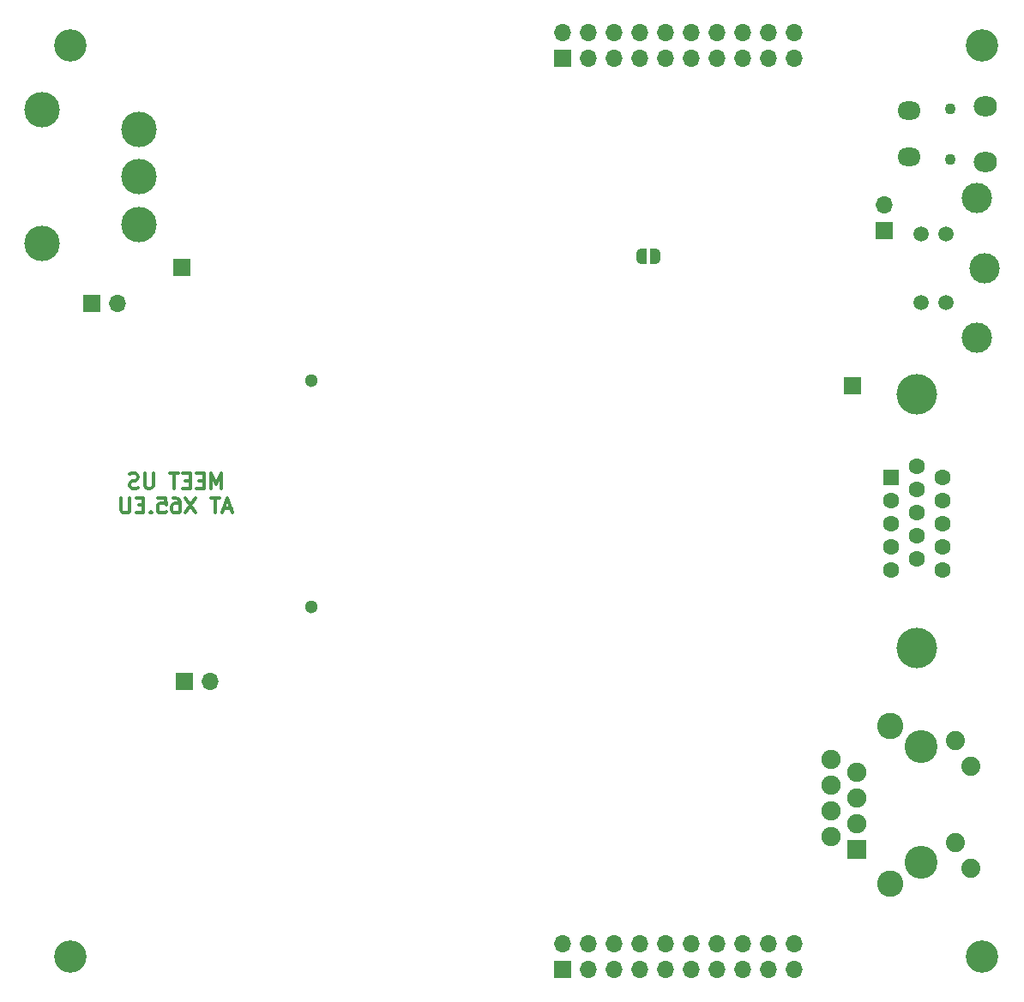
<source format=gbr>
%TF.GenerationSoftware,KiCad,Pcbnew,6.0.11-3.fc36*%
%TF.CreationDate,2023-04-28T14:31:49+02:00*%
%TF.ProjectId,openX65-vabo,6f70656e-5836-4352-9d76-61626f2e6b69,rev01*%
%TF.SameCoordinates,Original*%
%TF.FileFunction,Soldermask,Bot*%
%TF.FilePolarity,Negative*%
%FSLAX46Y46*%
G04 Gerber Fmt 4.6, Leading zero omitted, Abs format (unit mm)*
G04 Created by KiCad (PCBNEW 6.0.11-3.fc36) date 2023-04-28 14:31:49*
%MOMM*%
%LPD*%
G01*
G04 APERTURE LIST*
G04 Aperture macros list*
%AMFreePoly0*
4,1,22,0.500000,-0.750000,0.000000,-0.750000,0.000000,-0.745033,-0.079941,-0.743568,-0.215256,-0.701293,-0.333266,-0.622738,-0.424486,-0.514219,-0.481581,-0.384460,-0.499164,-0.250000,-0.500000,-0.250000,-0.500000,0.250000,-0.499164,0.250000,-0.499963,0.256109,-0.478152,0.396186,-0.417904,0.524511,-0.324060,0.630769,-0.204165,0.706417,-0.067858,0.745374,0.000000,0.744959,0.000000,0.750000,
0.500000,0.750000,0.500000,-0.750000,0.500000,-0.750000,$1*%
%AMFreePoly1*
4,1,20,0.000000,0.744959,0.073905,0.744508,0.209726,0.703889,0.328688,0.626782,0.421226,0.519385,0.479903,0.390333,0.500000,0.250000,0.500000,-0.250000,0.499851,-0.262216,0.476331,-0.402017,0.414519,-0.529596,0.319384,-0.634700,0.198574,-0.708877,0.061801,-0.746166,0.000000,-0.745033,0.000000,-0.750000,-0.500000,-0.750000,-0.500000,0.750000,0.000000,0.750000,0.000000,0.744959,
0.000000,0.744959,$1*%
G04 Aperture macros list end*
%ADD10C,0.300000*%
%ADD11R,1.700000X1.700000*%
%ADD12C,1.500000*%
%ADD13C,3.000000*%
%ADD14C,3.200000*%
%ADD15O,1.700000X1.700000*%
%ADD16C,3.500000*%
%ADD17C,4.000000*%
%ADD18R,1.600000X1.600000*%
%ADD19C,1.600000*%
%ADD20C,1.300000*%
%ADD21C,3.250000*%
%ADD22C,2.600000*%
%ADD23C,1.890000*%
%ADD24R,1.900000X1.900000*%
%ADD25C,1.900000*%
%ADD26C,1.100000*%
%ADD27O,2.300000X1.800000*%
%ADD28O,2.300000X2.000000*%
%ADD29FreePoly0,180.000000*%
%ADD30FreePoly1,180.000000*%
G04 APERTURE END LIST*
D10*
X79900000Y-88771071D02*
X79900000Y-87271071D01*
X79400000Y-88342500D01*
X78900000Y-87271071D01*
X78900000Y-88771071D01*
X78185714Y-87985357D02*
X77685714Y-87985357D01*
X77471428Y-88771071D02*
X78185714Y-88771071D01*
X78185714Y-87271071D01*
X77471428Y-87271071D01*
X76828571Y-87985357D02*
X76328571Y-87985357D01*
X76114285Y-88771071D02*
X76828571Y-88771071D01*
X76828571Y-87271071D01*
X76114285Y-87271071D01*
X75685714Y-87271071D02*
X74828571Y-87271071D01*
X75257142Y-88771071D02*
X75257142Y-87271071D01*
X73185714Y-87271071D02*
X73185714Y-88485357D01*
X73114285Y-88628214D01*
X73042857Y-88699642D01*
X72900000Y-88771071D01*
X72614285Y-88771071D01*
X72471428Y-88699642D01*
X72400000Y-88628214D01*
X72328571Y-88485357D01*
X72328571Y-87271071D01*
X71685714Y-88699642D02*
X71471428Y-88771071D01*
X71114285Y-88771071D01*
X70971428Y-88699642D01*
X70900000Y-88628214D01*
X70828571Y-88485357D01*
X70828571Y-88342500D01*
X70900000Y-88199642D01*
X70971428Y-88128214D01*
X71114285Y-88056785D01*
X71400000Y-87985357D01*
X71542857Y-87913928D01*
X71614285Y-87842500D01*
X71685714Y-87699642D01*
X71685714Y-87556785D01*
X71614285Y-87413928D01*
X71542857Y-87342500D01*
X71400000Y-87271071D01*
X71042857Y-87271071D01*
X70828571Y-87342500D01*
X80864285Y-90757500D02*
X80150000Y-90757500D01*
X81007142Y-91186071D02*
X80507142Y-89686071D01*
X80007142Y-91186071D01*
X79721428Y-89686071D02*
X78864285Y-89686071D01*
X79292857Y-91186071D02*
X79292857Y-89686071D01*
X77364285Y-89686071D02*
X76364285Y-91186071D01*
X76364285Y-89686071D02*
X77364285Y-91186071D01*
X75150000Y-89686071D02*
X75435714Y-89686071D01*
X75578571Y-89757500D01*
X75650000Y-89828928D01*
X75792857Y-90043214D01*
X75864285Y-90328928D01*
X75864285Y-90900357D01*
X75792857Y-91043214D01*
X75721428Y-91114642D01*
X75578571Y-91186071D01*
X75292857Y-91186071D01*
X75150000Y-91114642D01*
X75078571Y-91043214D01*
X75007142Y-90900357D01*
X75007142Y-90543214D01*
X75078571Y-90400357D01*
X75150000Y-90328928D01*
X75292857Y-90257500D01*
X75578571Y-90257500D01*
X75721428Y-90328928D01*
X75792857Y-90400357D01*
X75864285Y-90543214D01*
X73650000Y-89686071D02*
X74364285Y-89686071D01*
X74435714Y-90400357D01*
X74364285Y-90328928D01*
X74221428Y-90257500D01*
X73864285Y-90257500D01*
X73721428Y-90328928D01*
X73650000Y-90400357D01*
X73578571Y-90543214D01*
X73578571Y-90900357D01*
X73650000Y-91043214D01*
X73721428Y-91114642D01*
X73864285Y-91186071D01*
X74221428Y-91186071D01*
X74364285Y-91114642D01*
X74435714Y-91043214D01*
X72935714Y-91043214D02*
X72864285Y-91114642D01*
X72935714Y-91186071D01*
X73007142Y-91114642D01*
X72935714Y-91043214D01*
X72935714Y-91186071D01*
X72221428Y-90400357D02*
X71721428Y-90400357D01*
X71507142Y-91186071D02*
X72221428Y-91186071D01*
X72221428Y-89686071D01*
X71507142Y-89686071D01*
X70864285Y-89686071D02*
X70864285Y-90900357D01*
X70792857Y-91043214D01*
X70721428Y-91114642D01*
X70578571Y-91186071D01*
X70292857Y-91186071D01*
X70150000Y-91114642D01*
X70078571Y-91043214D01*
X70007142Y-90900357D01*
X70007142Y-89686071D01*
D11*
%TO.C,J504*%
X142200000Y-78600000D03*
%TD*%
%TO.C,J503*%
X76000000Y-66900000D03*
%TD*%
D12*
%TO.C,J302*%
X151437500Y-63600000D03*
X151437500Y-70400000D03*
X148937500Y-63600000D03*
X148937500Y-70400000D03*
D13*
X154437500Y-60100000D03*
X154437500Y-73900000D03*
X155237500Y-67050000D03*
%TD*%
D14*
%TO.C,H102*%
X155000000Y-45000000D03*
%TD*%
D11*
%TO.C,J703*%
X76225000Y-107800000D03*
D15*
X78765000Y-107800000D03*
%TD*%
D16*
%TO.C,SW701*%
X71730000Y-62700000D03*
X71730000Y-58000000D03*
X71730000Y-53300000D03*
X62200000Y-64605000D03*
X62200000Y-51395000D03*
%TD*%
D11*
%TO.C,J301*%
X145300000Y-63275000D03*
D15*
X145300000Y-60735000D03*
%TD*%
D17*
%TO.C,J303*%
X148575000Y-104495000D03*
X148575000Y-79505000D03*
D18*
X146035000Y-87685000D03*
D19*
X146035000Y-89975000D03*
X146035000Y-92265000D03*
X146035000Y-94555000D03*
X146035000Y-96845000D03*
X148575000Y-86545000D03*
X148575000Y-88835000D03*
X148575000Y-91125000D03*
X148575000Y-93415000D03*
X148575000Y-95705000D03*
X151115000Y-87685000D03*
X151115000Y-89975000D03*
X151115000Y-92265000D03*
X151115000Y-94555000D03*
X151115000Y-96845000D03*
%TD*%
D14*
%TO.C,H103*%
X155000000Y-135000000D03*
%TD*%
D11*
%TO.C,J702*%
X67125000Y-70500000D03*
D15*
X69665000Y-70500000D03*
%TD*%
D14*
%TO.C,H101*%
X65000000Y-45000000D03*
%TD*%
%TO.C,H104*%
X65000000Y-135000000D03*
%TD*%
D20*
%TO.C,J401*%
X88750000Y-78090000D03*
X88750000Y-100490000D03*
%TD*%
D21*
%TO.C,J801*%
X148970000Y-114285000D03*
X148970000Y-125715000D03*
D22*
X145920000Y-127775000D03*
X145920000Y-112225000D03*
D23*
X152350000Y-113675000D03*
X153870000Y-116215000D03*
X152350000Y-123785000D03*
X153870000Y-126325000D03*
D24*
X142630000Y-124445000D03*
D25*
X140090000Y-123175000D03*
X142630000Y-121905000D03*
X140090000Y-120635000D03*
X142630000Y-119365000D03*
X140090000Y-118095000D03*
X142630000Y-116825000D03*
X140090000Y-115555000D03*
%TD*%
D26*
%TO.C,J701*%
X151825000Y-51250000D03*
X151825000Y-56250000D03*
D27*
X147825000Y-56050000D03*
X147825000Y-51450000D03*
D28*
X155325000Y-51000000D03*
X155325000Y-56500000D03*
%TD*%
D11*
%TO.C,J501*%
X113600000Y-136290000D03*
D15*
X113600000Y-133750000D03*
X116140000Y-136290000D03*
X116140000Y-133750000D03*
X118680000Y-136290000D03*
X118680000Y-133750000D03*
X121220000Y-136290000D03*
X121220000Y-133750000D03*
X123760000Y-136290000D03*
X123760000Y-133750000D03*
X126300000Y-136290000D03*
X126300000Y-133750000D03*
X128840000Y-136290000D03*
X128840000Y-133750000D03*
X131380000Y-136290000D03*
X131380000Y-133750000D03*
X133920000Y-136290000D03*
X133920000Y-133750000D03*
X136460000Y-136290000D03*
X136460000Y-133750000D03*
%TD*%
D11*
%TO.C,J502*%
X113600000Y-46290000D03*
D15*
X113600000Y-43750000D03*
X116140000Y-46290000D03*
X116140000Y-43750000D03*
X118680000Y-46290000D03*
X118680000Y-43750000D03*
X121220000Y-46290000D03*
X121220000Y-43750000D03*
X123760000Y-46290000D03*
X123760000Y-43750000D03*
X126300000Y-46290000D03*
X126300000Y-43750000D03*
X128840000Y-46290000D03*
X128840000Y-43750000D03*
X131380000Y-46290000D03*
X131380000Y-43750000D03*
X133920000Y-46290000D03*
X133920000Y-43750000D03*
X136460000Y-46290000D03*
X136460000Y-43750000D03*
%TD*%
D29*
%TO.C,JP402*%
X122700000Y-65800000D03*
D30*
X121400000Y-65800000D03*
%TD*%
M02*

</source>
